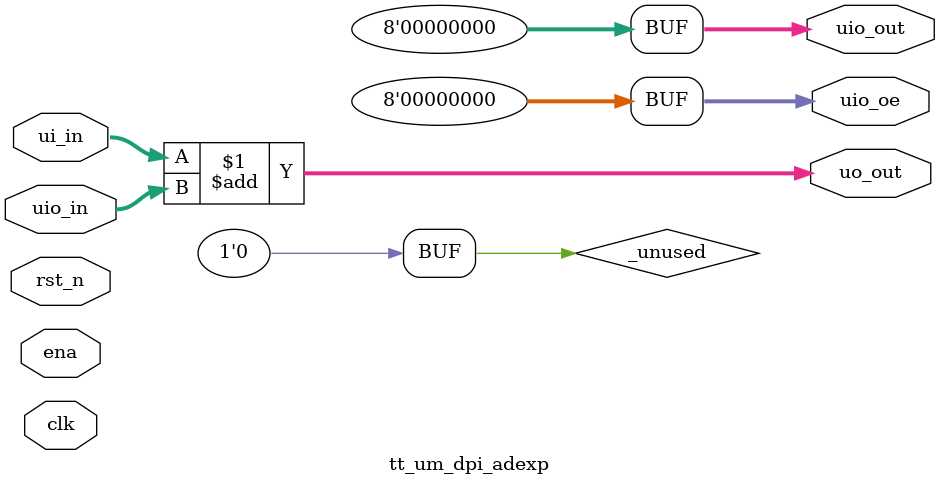
<source format=v>
/*
 * Copyright (c) 2024 Your Name
 * SPDX-License-Identifier: Apache-2.0
 */

`default_nettype none

module tt_um_dpi_adexp (
    input  wire [7:0] ui_in,    // Dedicated inputs
    output wire [7:0] uo_out,   // Dedicated outputs
    input  wire [7:0] uio_in,   // IOs: Input path
    output wire [7:0] uio_out,  // IOs: Output path
    output wire [7:0] uio_oe,   // IOs: Enable path (active high: 0=input, 1=output)
    input  wire       ena,      // always 1 when the design is powered, so you can ignore it
    input  wire       clk,      // clock
    input  wire       rst_n     // reset_n - low to reset
);

  // All output pins must be assigned. If not used, assign to 0.
  assign uo_out  = ui_in + uio_in;  // Example: ou_out is the sum of ui_in and uio_in
  assign uio_out = 0;
  assign uio_oe  = 0;

  // List all unused inputs to prevent warnings
  wire _unused = &{ena, clk, rst_n, 1'b0};

endmodule

</source>
